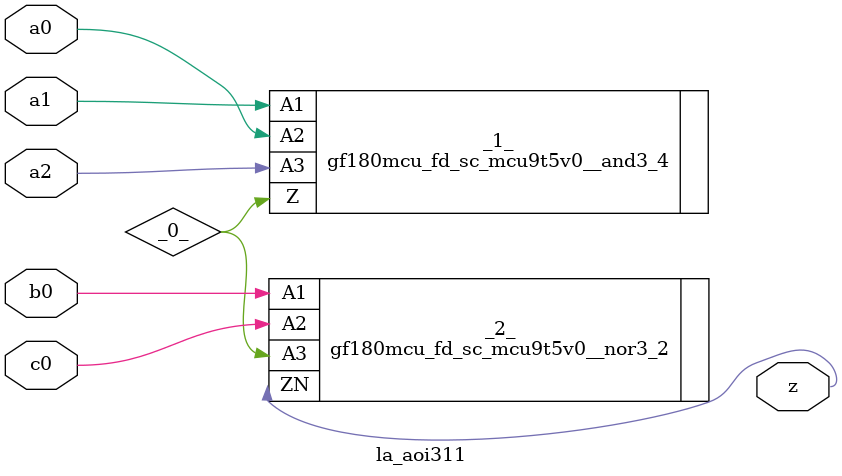
<source format=v>

/* Generated by Yosys 0.37 (git sha1 a5c7f69ed, clang 14.0.0-1ubuntu1.1 -fPIC -Os) */

module la_aoi311(a0, a1, a2, b0, c0, z);
  wire _0_;
  input a0;
  wire a0;
  input a1;
  wire a1;
  input a2;
  wire a2;
  input b0;
  wire b0;
  input c0;
  wire c0;
  output z;
  wire z;
  gf180mcu_fd_sc_mcu9t5v0__and3_4 _1_ (
    .A1(a1),
    .A2(a0),
    .A3(a2),
    .Z(_0_)
  );
  gf180mcu_fd_sc_mcu9t5v0__nor3_2 _2_ (
    .A1(b0),
    .A2(c0),
    .A3(_0_),
    .ZN(z)
  );
endmodule

</source>
